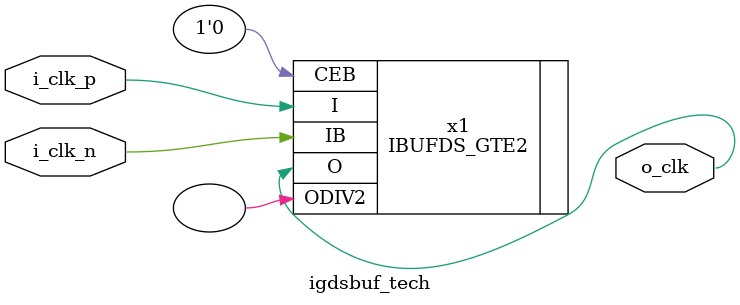
<source format=sv>

module igdsbuf_tech (
    input i_clk_p,
    input i_clk_n,
    output logic o_clk
);
 
    IBUFDS_GTE2 x1(.I(i_clk_p), .IB(i_clk_n), .CEB(1'b0), .O(o_clk), .ODIV2());
 
endmodule

</source>
